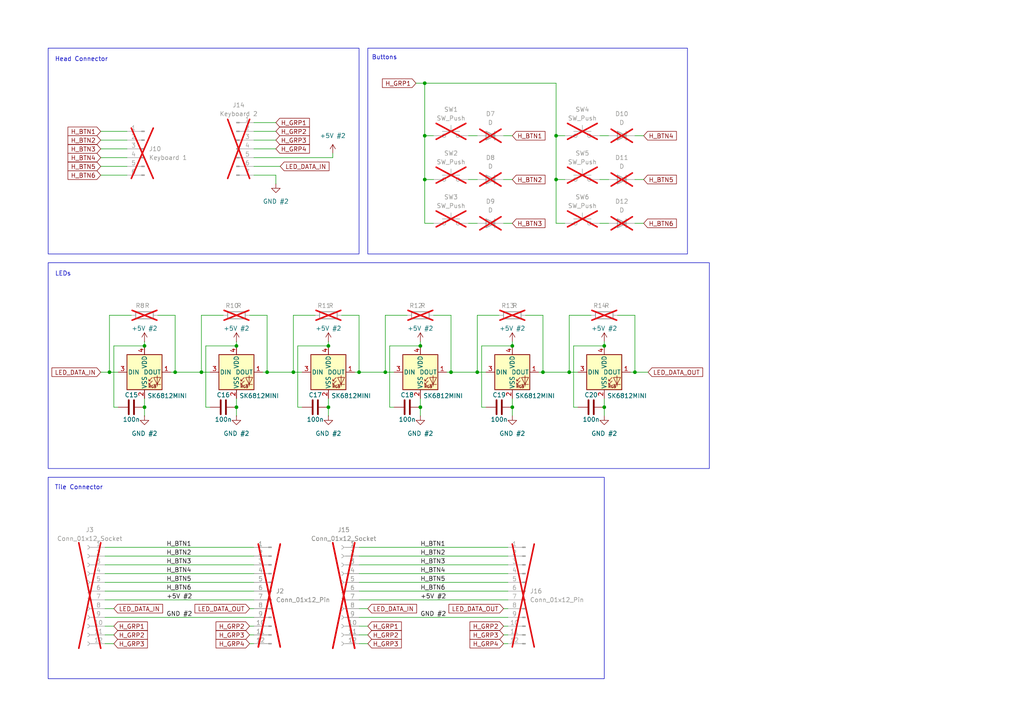
<source format=kicad_sch>
(kicad_sch (version 20250114) (generator "eeschema") (generator_version "9.0")
  (paper "A4")
  (title_block (title "Keyboard"))
  (lib_symbols
    (symbol "Connector:Conn_01x06_Pin" (pin_names (offset 1.016) (hide yes))
      (property "Reference" "J" (at 0 7.62 0))
      (property "Value" "Conn_01x06_Pin" (at 0 -10.16 0))
      (symbol "Conn_01x06_Pin_1_1"
        (rectangle (start 0.8636 5.207) (end 0 4.953) (stroke (width 0.1524)) (fill (type outline)))
        (rectangle (start 0.8636 2.667) (end 0 2.413) (stroke (width 0.1524)) (fill (type outline)))
        (rectangle (start 0.8636 0.127) (end 0 -0.127) (stroke (width 0.1524)) (fill (type outline)))
        (rectangle (start 0.8636 -2.413) (end 0 -2.667) (stroke (width 0.1524)) (fill (type outline)))
        (rectangle (start 0.8636 -4.953) (end 0 -5.207) (stroke (width 0.1524)) (fill (type outline)))
        (rectangle (start 0.8636 -7.493) (end 0 -7.747) (stroke (width 0.1524)) (fill (type outline)))
        (polyline (pts (xy 1.27 5.08) (xy 0.8636 5.08)) (stroke (width 0.1524)))
        (polyline (pts (xy 1.27 2.54) (xy 0.8636 2.54)) (stroke (width 0.1524)))
        (polyline (pts (xy 1.27 0) (xy 0.8636 0)) (stroke (width 0.1524)))
        (polyline (pts (xy 1.27 -2.54) (xy 0.8636 -2.54)) (stroke (width 0.1524)))
        (polyline (pts (xy 1.27 -5.08) (xy 0.8636 -5.08)) (stroke (width 0.1524)))
        (polyline (pts (xy 1.27 -7.62) (xy 0.8636 -7.62)) (stroke (width 0.1524)))
        (pin passive line (at 5.08 5.08 180) (length 3.81) (name "Pin_1") (number "1"))
        (pin passive line (at 5.08 2.54 180) (length 3.81) (name "Pin_2") (number "2"))
        (pin passive line (at 5.08 0 180) (length 3.81) (name "Pin_3") (number "3"))
        (pin passive line (at 5.08 -2.54 180) (length 3.81) (name "Pin_4") (number "4"))
        (pin passive line (at 5.08 -5.08 180) (length 3.81) (name "Pin_5") (number "5"))
        (pin passive line (at 5.08 -7.62 180) (length 3.81) (name "Pin_6") (number "6"))
      )
    )
    (symbol "Connector:Conn_01x07_Pin" (pin_names (offset 1.016) (hide yes))
      (property "Reference" "J" (at 0 10.16 0))
      (property "Value" "Conn_01x07_Pin" (at 0 -10.16 0))
      (symbol "Conn_01x07_Pin_1_1"
        (rectangle (start 0.8636 7.747) (end 0 7.493) (stroke (width 0.1524)) (fill (type outline)))
        (rectangle (start 0.8636 5.207) (end 0 4.953) (stroke (width 0.1524)) (fill (type outline)))
        (rectangle (start 0.8636 2.667) (end 0 2.413) (stroke (width 0.1524)) (fill (type outline)))
        (rectangle (start 0.8636 0.127) (end 0 -0.127) (stroke (width 0.1524)) (fill (type outline)))
        (rectangle (start 0.8636 -2.413) (end 0 -2.667) (stroke (width 0.1524)) (fill (type outline)))
        (rectangle (start 0.8636 -4.953) (end 0 -5.207) (stroke (width 0.1524)) (fill (type outline)))
        (rectangle (start 0.8636 -7.493) (end 0 -7.747) (stroke (width 0.1524)) (fill (type outline)))
        (polyline (pts (xy 1.27 7.62) (xy 0.8636 7.62)) (stroke (width 0.1524)))
        (polyline (pts (xy 1.27 5.08) (xy 0.8636 5.08)) (stroke (width 0.1524)))
        (polyline (pts (xy 1.27 2.54) (xy 0.8636 2.54)) (stroke (width 0.1524)))
        (polyline (pts (xy 1.27 0) (xy 0.8636 0)) (stroke (width 0.1524)))
        (polyline (pts (xy 1.27 -2.54) (xy 0.8636 -2.54)) (stroke (width 0.1524)))
        (polyline (pts (xy 1.27 -5.08) (xy 0.8636 -5.08)) (stroke (width 0.1524)))
        (polyline (pts (xy 1.27 -7.62) (xy 0.8636 -7.62)) (stroke (width 0.1524)))
        (pin passive line (at 5.08 7.62 180) (length 3.81) (name "Pin_1") (number "1"))
        (pin passive line (at 5.08 5.08 180) (length 3.81) (name "Pin_2") (number "2"))
        (pin passive line (at 5.08 2.54 180) (length 3.81) (name "Pin_3") (number "3"))
        (pin passive line (at 5.08 0 180) (length 3.81) (name "Pin_4") (number "4"))
        (pin passive line (at 5.08 -2.54 180) (length 3.81) (name "Pin_5") (number "5"))
        (pin passive line (at 5.08 -5.08 180) (length 3.81) (name "Pin_6") (number "6"))
        (pin passive line (at 5.08 -7.62 180) (length 3.81) (name "Pin_7") (number "7"))
      )
    )
    (symbol "Connector:Conn_01x12_Pin" (pin_names (offset 1.016) (hide yes))
      (property "Reference" "J" (at 0 15.24 0))
      (property "Value" "Conn_01x12_Pin" (at 0 -17.78 0))
      (symbol "Conn_01x12_Pin_1_1"
        (rectangle (start 0.8636 12.827) (end 0 12.573) (stroke (width 0.1524)) (fill (type outline)))
        (rectangle (start 0.8636 10.287) (end 0 10.033) (stroke (width 0.1524)) (fill (type outline)))
        (rectangle (start 0.8636 7.747) (end 0 7.493) (stroke (width 0.1524)) (fill (type outline)))
        (rectangle (start 0.8636 5.207) (end 0 4.953) (stroke (width 0.1524)) (fill (type outline)))
        (rectangle (start 0.8636 2.667) (end 0 2.413) (stroke (width 0.1524)) (fill (type outline)))
        (rectangle (start 0.8636 0.127) (end 0 -0.127) (stroke (width 0.1524)) (fill (type outline)))
        (rectangle (start 0.8636 -2.413) (end 0 -2.667) (stroke (width 0.1524)) (fill (type outline)))
        (rectangle (start 0.8636 -4.953) (end 0 -5.207) (stroke (width 0.1524)) (fill (type outline)))
        (rectangle (start 0.8636 -7.493) (end 0 -7.747) (stroke (width 0.1524)) (fill (type outline)))
        (rectangle (start 0.8636 -10.033) (end 0 -10.287) (stroke (width 0.1524)) (fill (type outline)))
        (rectangle (start 0.8636 -12.573) (end 0 -12.827) (stroke (width 0.1524)) (fill (type outline)))
        (rectangle (start 0.8636 -15.113) (end 0 -15.367) (stroke (width 0.1524)) (fill (type outline)))
        (polyline (pts (xy 1.27 12.7) (xy 0.8636 12.7)) (stroke (width 0.1524)))
        (polyline (pts (xy 1.27 10.16) (xy 0.8636 10.16)) (stroke (width 0.1524)))
        (polyline (pts (xy 1.27 7.62) (xy 0.8636 7.62)) (stroke (width 0.1524)))
        (polyline (pts (xy 1.27 5.08) (xy 0.8636 5.08)) (stroke (width 0.1524)))
        (polyline (pts (xy 1.27 2.54) (xy 0.8636 2.54)) (stroke (width 0.1524)))
        (polyline (pts (xy 1.27 0) (xy 0.8636 0)) (stroke (width 0.1524)))
        (polyline (pts (xy 1.27 -2.54) (xy 0.8636 -2.54)) (stroke (width 0.1524)))
        (polyline (pts (xy 1.27 -5.08) (xy 0.8636 -5.08)) (stroke (width 0.1524)))
        (polyline (pts (xy 1.27 -7.62) (xy 0.8636 -7.62)) (stroke (width 0.1524)))
        (polyline (pts (xy 1.27 -10.16) (xy 0.8636 -10.16)) (stroke (width 0.1524)))
        (polyline (pts (xy 1.27 -12.7) (xy 0.8636 -12.7)) (stroke (width 0.1524)))
        (polyline (pts (xy 1.27 -15.24) (xy 0.8636 -15.24)) (stroke (width 0.1524)))
        (pin passive line (at 5.08 12.7 180) (length 3.81) (name "Pin_1") (number "1"))
        (pin passive line (at 5.08 10.16 180) (length 3.81) (name "Pin_2") (number "2"))
        (pin passive line (at 5.08 7.62 180) (length 3.81) (name "Pin_3") (number "3"))
        (pin passive line (at 5.08 5.08 180) (length 3.81) (name "Pin_4") (number "4"))
        (pin passive line (at 5.08 2.54 180) (length 3.81) (name "Pin_5") (number "5"))
        (pin passive line (at 5.08 0 180) (length 3.81) (name "Pin_6") (number "6"))
        (pin passive line (at 5.08 -2.54 180) (length 3.81) (name "Pin_7") (number "7"))
        (pin passive line (at 5.08 -5.08 180) (length 3.81) (name "Pin_8") (number "8"))
        (pin passive line (at 5.08 -7.62 180) (length 3.81) (name "Pin_9") (number "9"))
        (pin passive line (at 5.08 -10.16 180) (length 3.81) (name "Pin_10") (number "10"))
        (pin passive line (at 5.08 -12.7 180) (length 3.81) (name "Pin_11") (number "11"))
        (pin passive line (at 5.08 -15.24 180) (length 3.81) (name "Pin_12") (number "12"))
      )
    )
    (symbol "Connector:Conn_01x12_Socket" (pin_names (offset 1.016) (hide yes))
      (property "Reference" "J" (at 0 15.24 0))
      (property "Value" "Conn_01x12_Socket" (at 0 -17.78 0))
      (symbol "Conn_01x12_Socket_1_1"
        (polyline (pts (xy -1.27 12.7) (xy -0.508 12.7)) (stroke (width 0.1524)))
        (polyline (pts (xy -1.27 10.16) (xy -0.508 10.16)) (stroke (width 0.1524)))
        (polyline (pts (xy -1.27 7.62) (xy -0.508 7.62)) (stroke (width 0.1524)))
        (polyline (pts (xy -1.27 5.08) (xy -0.508 5.08)) (stroke (width 0.1524)))
        (polyline (pts (xy -1.27 2.54) (xy -0.508 2.54)) (stroke (width 0.1524)))
        (polyline (pts (xy -1.27 0) (xy -0.508 0)) (stroke (width 0.1524)))
        (polyline (pts (xy -1.27 -2.54) (xy -0.508 -2.54)) (stroke (width 0.1524)))
        (polyline (pts (xy -1.27 -5.08) (xy -0.508 -5.08)) (stroke (width 0.1524)))
        (polyline (pts (xy -1.27 -7.62) (xy -0.508 -7.62)) (stroke (width 0.1524)))
        (polyline (pts (xy -1.27 -10.16) (xy -0.508 -10.16)) (stroke (width 0.1524)))
        (polyline (pts (xy -1.27 -12.7) (xy -0.508 -12.7)) (stroke (width 0.1524)))
        (polyline (pts (xy -1.27 -15.24) (xy -0.508 -15.24)) (stroke (width 0.1524)))
        (arc (start 0 12.192) (mid -0.5058 12.7) (end 0 13.208) (stroke (width 0.1524)))
        (arc (start 0 9.652) (mid -0.5058 10.16) (end 0 10.668) (stroke (width 0.1524)))
        (arc (start 0 7.112) (mid -0.5058 7.62) (end 0 8.128) (stroke (width 0.1524)))
        (arc (start 0 4.572) (mid -0.5058 5.08) (end 0 5.588) (stroke (width 0.1524)))
        (arc (start 0 2.032) (mid -0.5058 2.54) (end 0 3.048) (stroke (width 0.1524)))
        (arc (start 0 -0.508) (mid -0.5058 0) (end 0 0.508) (stroke (width 0.1524)))
        (arc (start 0 -3.048) (mid -0.5058 -2.54) (end 0 -2.032) (stroke (width 0.1524)))
        (arc (start 0 -5.588) (mid -0.5058 -5.08) (end 0 -4.572) (stroke (width 0.1524)))
        (arc (start 0 -8.128) (mid -0.5058 -7.62) (end 0 -7.112) (stroke (width 0.1524)))
        (arc (start 0 -10.668) (mid -0.5058 -10.16) (end 0 -9.652) (stroke (width 0.1524)))
        (arc (start 0 -13.208) (mid -0.5058 -12.7) (end 0 -12.192) (stroke (width 0.1524)))
        (arc (start 0 -15.748) (mid -0.5058 -15.24) (end 0 -14.732) (stroke (width 0.1524)))
        (pin passive line (at -5.08 12.7 0) (length 3.81) (name "Pin_1") (number "1"))
        (pin passive line (at -5.08 10.16 0) (length 3.81) (name "Pin_2") (number "2"))
        (pin passive line (at -5.08 7.62 0) (length 3.81) (name "Pin_3") (number "3"))
        (pin passive line (at -5.08 5.08 0) (length 3.81) (name "Pin_4") (number "4"))
        (pin passive line (at -5.08 2.54 0) (length 3.81) (name "Pin_5") (number "5"))
        (pin passive line (at -5.08 0 0) (length 3.81) (name "Pin_6") (number "6"))
        (pin passive line (at -5.08 -2.54 0) (length 3.81) (name "Pin_7") (number "7"))
        (pin passive line (at -5.08 -5.08 0) (length 3.81) (name "Pin_8") (number "8"))
        (pin passive line (at -5.08 -7.62 0) (length 3.81) (name "Pin_9") (number "9"))
        (pin passive line (at -5.08 -10.16 0) (length 3.81) (name "Pin_10") (number "10"))
        (pin passive line (at -5.08 -12.7 0) (length 3.81) (name "Pin_11") (number "11"))
        (pin passive line (at -5.08 -15.24 0) (length 3.81) (name "Pin_12") (number "12"))
      )
    )
    (symbol "Device:C" (pin_numbers (hide yes)) (pin_names (offset 0.254))
      (property "Reference" "C" (at 0.635 2.54 0))
      (property "Value" "C" (at 0.635 -2.54 0))
      (symbol "C_0_1"
        (polyline (pts (xy -2.032 0.762) (xy 2.032 0.762)) (stroke (width 0.508)))
        (polyline (pts (xy -2.032 -0.762) (xy 2.032 -0.762)) (stroke (width 0.508)))
      )
      (symbol "C_1_1"
        (pin passive line (at 0 3.81 270) (length 2.794) (name "~") (number "1"))
        (pin passive line (at 0 -3.81 90) (length 2.794) (name "~") (number "2"))
      )
    )
    (symbol "Device:D" (pin_numbers (hide yes)) (pin_names (offset 1.016) (hide yes))
      (property "Reference" "D" (at 0 2.54 0))
      (property "Value" "D" (at 0 -2.54 0))
      (symbol "D_0_1"
        (polyline (pts (xy -1.27 1.27) (xy -1.27 -1.27)) (stroke (width 0.254)))
        (polyline (pts (xy 1.27 1.27) (xy 1.27 -1.27) (xy -1.27 0) (xy 1.27 1.27)) (stroke (width 0.254)))
        (polyline (pts (xy 1.27 0) (xy -1.27 0)))
      )
      (symbol "D_1_1"
        (pin passive line (at -3.81 0 0) (length 2.54) (name "K") (number "1"))
        (pin passive line (at 3.81 0 180) (length 2.54) (name "A") (number "2"))
      )
    )
    (symbol "Device:R" (pin_numbers (hide yes)) (pin_names (offset 0))
      (property "Reference" "R" (at 2.032 0 90))
      (property "Value" "R" (at 0 0 90))
      (symbol "R_0_1"
        (rectangle (start -1.016 -2.54) (end 1.016 2.54) (stroke (width 0.254)))
      )
      (symbol "R_1_1"
        (pin passive line (at 0 3.81 270) (length 1.27) (name "~") (number "1"))
        (pin passive line (at 0 -3.81 90) (length 1.27) (name "~") (number "2"))
      )
    )
    (symbol "LED:SK6812MINI" (pin_names (offset 0.254))
      (property "Reference" "D" (at 5.08 5.715 0))
      (property "Value" "SK6812MINI" (at 1.27 -5.715 0))
      (symbol "SK6812MINI_0_0"
        (text "RGB" (at 2.286 -4.191 0) (effects (font (size 0.762 0.762))))
      )
      (symbol "SK6812MINI_0_1"
        (polyline (pts (xy 1.27 -2.54) (xy 1.778 -2.54)))
        (polyline (pts (xy 1.27 -3.556) (xy 1.778 -3.556)))
        (polyline (pts (xy 2.286 -1.524) (xy 1.27 -2.54) (xy 1.27 -2.032)))
        (polyline (pts (xy 2.286 -2.54) (xy 1.27 -3.556) (xy 1.27 -3.048)))
        (polyline (pts (xy 3.683 -1.016) (xy 3.683 -3.556) (xy 3.683 -4.064)))
        (polyline (pts (xy 4.699 -1.524) (xy 2.667 -1.524) (xy 3.683 -3.556) (xy 4.699 -1.524)))
        (polyline (pts (xy 4.699 -3.556) (xy 2.667 -3.556)))
        (rectangle (start 5.08 5.08) (end -5.08 -5.08) (stroke (width 0.254)) (fill (type background)))
      )
      (symbol "SK6812MINI_1_1"
        (pin input line (at -7.62 0 0) (length 2.54) (name "DIN") (number "3"))
        (pin power_in line (at 0 7.62 270) (length 2.54) (name "VDD") (number "4"))
        (pin power_in line (at 0 -7.62 90) (length 2.54) (name "VSS") (number "2"))
        (pin output line (at 7.62 0 180) (length 2.54) (name "DOUT") (number "1"))
      )
    )
    (symbol "Switch:SW_Push" (pin_numbers (hide yes)) (pin_names (offset 1.016) (hide yes))
      (property "Reference" "SW" (at 1.27 2.54 0))
      (property "Value" "SW_Push" (at 0 -1.524 0))
      (symbol "SW_Push_0_1"
        (circle (center -2.032 0) (radius 0.508))
        (polyline (pts (xy 0 1.27) (xy 0 3.048)))
        (circle (center 2.032 0) (radius 0.508))
        (polyline (pts (xy 2.54 1.27) (xy -2.54 1.27)))
        (pin passive line (at -5.08 0 0) (length 2.54) (name "1") (number "1"))
        (pin passive line (at 5.08 0 180) (length 2.54) (name "2") (number "2"))
      )
    )
    (symbol "power:+5V" (power) (pin_numbers (hide yes)) (pin_names (offset 0) (hide yes))
      (property "Value" "+5V" (at 0 3.556 0))
      (symbol "+5V_0_1"
        (polyline (pts (xy -0.762 1.27) (xy 0 2.54)))
        (polyline (pts (xy 0 2.54) (xy 0.762 1.27)))
        (polyline (pts (xy 0 0) (xy 0 2.54)))
      )
      (symbol "+5V_1_1"
        (pin power_in line (at 0 0 90) (length 0) (name "~") (number "1"))
      )
    )
    (symbol "power:GND" (power) (pin_numbers (hide yes)) (pin_names (offset 0) (hide yes))
      (property "Value" "GND" (at 0 -3.81 0))
      (symbol "GND_0_1"
        (polyline (pts (xy 0 0) (xy 0 -1.27) (xy 1.27 -1.27) (xy 0 -2.54) (xy -1.27 -1.27) (xy 0 -1.27)))
      )
      (symbol "GND_1_1"
        (pin power_in line (at 0 0 270) (length 0) (name "~") (number "1"))
      )
    )
  )
  (rectangle (start 13.97 76.2) (end 205.74 135.89))
  (rectangle (start 13.97 138.43) (end 175.26 196.85))
  (rectangle (start 106.68 13.97) (end 199.39 73.66))
  (rectangle (start 13.97 13.97) (end 104.14 73.66))
  (text "Head Connector" (at 23.622 17.272 0) (effects (font (size 1.27 1.27))))
  (text "LEDs" (at 18.288 79.502 0) (effects (font (size 1.27 1.27))))
  (text "Tile Connector\n" (at 22.86 141.478 0) (effects (font (size 1.27 1.27))))
  (text "Buttons" (at 111.506 16.764 0) (effects (font (size 1.27 1.27))))
  (junction (at 157.48 107.95))
  (junction (at 123.19 52.07))
  (junction (at 165.1 107.95))
  (junction (at 68.58 118.11))
  (junction (at 175.26 100.33))
  (junction (at 95.25 118.11))
  (junction (at 77.47 107.95))
  (junction (at 148.59 100.33))
  (junction (at 58.42 107.95))
  (junction (at 148.59 118.11))
  (junction (at 41.91 118.11))
  (junction (at 31.75 107.95))
  (junction (at 123.19 39.37))
  (junction (at 68.58 100.33))
  (junction (at 41.91 100.33))
  (junction (at 50.8 107.95))
  (junction (at 184.15 107.95))
  (junction (at 130.81 107.95))
  (junction (at 104.14 107.95))
  (junction (at 138.43 107.95))
  (junction (at 121.92 118.11))
  (junction (at 85.09 107.95))
  (junction (at 175.26 118.11))
  (junction (at 111.76 107.95))
  (junction (at 161.29 52.07))
  (junction (at 121.92 100.33))
  (junction (at 161.29 39.37))
  (junction (at 123.19 24.13))
  (junction (at 95.25 100.33))
  (wire (pts (xy 30.48 158.75) (xy 73.66 158.75)))
  (wire (pts (xy 95.25 99.06) (xy 95.25 100.33)))
  (wire (pts (xy 36.83 45.72) (xy 29.21 45.72)))
  (wire (pts (xy 157.48 107.95) (xy 165.1 107.95)))
  (wire (pts (xy 86.36 100.33) (xy 95.25 100.33)))
  (wire (pts (xy 80.01 38.1) (xy 73.66 38.1)))
  (wire (pts (xy 31.75 107.95) (xy 34.29 107.95)))
  (wire (pts (xy 135.89 64.77) (xy 138.43 64.77)))
  (wire (pts (xy 30.48 171.45) (xy 73.66 171.45)))
  (wire (pts (xy 161.29 39.37) (xy 163.83 39.37)))
  (wire (pts (xy 77.47 91.44) (xy 77.47 107.95)))
  (wire (pts (xy 49.53 107.95) (xy 50.8 107.95)))
  (wire (pts (xy 59.69 100.33) (xy 59.69 118.11)))
  (wire (pts (xy 113.03 100.33) (xy 121.92 100.33)))
  (wire (pts (xy 104.14 163.83) (xy 147.32 163.83)))
  (wire (pts (xy 30.48 184.15) (xy 33.02 184.15)))
  (wire (pts (xy 182.88 107.95) (xy 184.15 107.95)))
  (wire (pts (xy 104.14 168.91) (xy 147.32 168.91)))
  (wire (pts (xy 130.81 107.95) (xy 138.43 107.95)))
  (wire (pts (xy 31.75 91.44) (xy 31.75 107.95)))
  (wire (pts (xy 68.58 118.11) (xy 68.58 120.65)))
  (wire (pts (xy 166.37 118.11) (xy 167.64 118.11)))
  (wire (pts (xy 146.05 176.53) (xy 147.32 176.53)))
  (wire (pts (xy 175.26 118.11) (xy 175.26 120.65)))
  (wire (pts (xy 161.29 24.13) (xy 123.19 24.13)))
  (wire (pts (xy 33.02 100.33) (xy 33.02 118.11)))
  (wire (pts (xy 179.07 91.44) (xy 184.15 91.44)))
  (wire (pts (xy 138.43 91.44) (xy 144.78 91.44)))
  (wire (pts (xy 135.89 39.37) (xy 138.43 39.37)))
  (wire (pts (xy 104.14 184.15) (xy 106.68 184.15)))
  (wire (pts (xy 157.48 91.44) (xy 157.48 107.95)))
  (wire (pts (xy 166.37 100.33) (xy 166.37 118.11)))
  (wire (pts (xy 165.1 91.44) (xy 171.45 91.44)))
  (wire (pts (xy 104.14 186.69) (xy 106.68 186.69)))
  (wire (pts (xy 36.83 48.26) (xy 29.21 48.26)))
  (wire (pts (xy 184.15 52.07) (xy 186.69 52.07)))
  (wire (pts (xy 111.76 91.44) (xy 118.11 91.44)))
  (wire (pts (xy 104.14 91.44) (xy 104.14 107.95)))
  (wire (pts (xy 72.39 176.53) (xy 73.66 176.53)))
  (wire (pts (xy 184.15 39.37) (xy 186.69 39.37)))
  (wire (pts (xy 29.21 40.64) (xy 36.83 40.64)))
  (wire (pts (xy 148.59 99.06) (xy 148.59 100.33)))
  (wire (pts (xy 104.14 176.53) (xy 106.68 176.53)))
  (wire (pts (xy 104.14 158.75) (xy 147.32 158.75)))
  (wire (pts (xy 121.92 115.57) (xy 121.92 118.11)))
  (wire (pts (xy 111.76 107.95) (xy 114.3 107.95)))
  (wire (pts (xy 72.39 181.61) (xy 73.66 181.61)))
  (wire (pts (xy 45.72 91.44) (xy 50.8 91.44)))
  (wire (pts (xy 123.19 24.13) (xy 123.19 39.37)))
  (wire (pts (xy 80.01 35.56) (xy 73.66 35.56)))
  (wire (pts (xy 30.48 166.37) (xy 73.66 166.37)))
  (wire (pts (xy 146.05 64.77) (xy 148.59 64.77)))
  (wire (pts (xy 95.25 115.57) (xy 95.25 118.11)))
  (wire (pts (xy 104.14 161.29) (xy 147.32 161.29)))
  (wire (pts (xy 123.19 64.77) (xy 125.73 64.77)))
  (wire (pts (xy 29.21 38.1) (xy 36.83 38.1)))
  (wire (pts (xy 30.48 186.69) (xy 33.02 186.69)))
  (wire (pts (xy 146.05 184.15) (xy 147.32 184.15)))
  (wire (pts (xy 173.99 52.07) (xy 176.53 52.07)))
  (wire (pts (xy 72.39 184.15) (xy 73.66 184.15)))
  (wire (pts (xy 80.01 53.34) (xy 80.01 50.8)))
  (wire (pts (xy 146.05 39.37) (xy 148.59 39.37)))
  (wire (pts (xy 139.7 100.33) (xy 139.7 118.11)))
  (wire (pts (xy 123.19 39.37) (xy 125.73 39.37)))
  (wire (pts (xy 161.29 64.77) (xy 161.29 52.07)))
  (wire (pts (xy 72.39 186.69) (xy 73.66 186.69)))
  (wire (pts (xy 30.48 168.91) (xy 73.66 168.91)))
  (wire (pts (xy 120.65 24.13) (xy 123.19 24.13)))
  (wire (pts (xy 77.47 107.95) (xy 85.09 107.95)))
  (wire (pts (xy 59.69 100.33) (xy 68.58 100.33)))
  (wire (pts (xy 121.92 99.06) (xy 121.92 100.33)))
  (wire (pts (xy 129.54 107.95) (xy 130.81 107.95)))
  (wire (pts (xy 104.14 179.07) (xy 147.32 179.07)))
  (wire (pts (xy 130.81 91.44) (xy 130.81 107.95)))
  (wire (pts (xy 139.7 100.33) (xy 148.59 100.33)))
  (wire (pts (xy 148.59 118.11) (xy 148.59 120.65)))
  (wire (pts (xy 113.03 118.11) (xy 114.3 118.11)))
  (wire (pts (xy 85.09 91.44) (xy 85.09 107.95)))
  (wire (pts (xy 175.26 99.06) (xy 175.26 100.33)))
  (wire (pts (xy 72.39 91.44) (xy 77.47 91.44)))
  (wire (pts (xy 59.69 118.11) (xy 60.96 118.11)))
  (wire (pts (xy 96.52 45.72) (xy 96.52 44.45)))
  (wire (pts (xy 123.19 39.37) (xy 123.19 52.07)))
  (wire (pts (xy 76.2 107.95) (xy 77.47 107.95)))
  (wire (pts (xy 104.14 173.99) (xy 147.32 173.99)))
  (wire (pts (xy 85.09 107.95) (xy 87.63 107.95)))
  (wire (pts (xy 95.25 118.11) (xy 95.25 120.65)))
  (wire (pts (xy 41.91 115.57) (xy 41.91 118.11)))
  (wire (pts (xy 73.66 40.64) (xy 80.01 40.64)))
  (wire (pts (xy 138.43 107.95) (xy 140.97 107.95)))
  (wire (pts (xy 113.03 100.33) (xy 113.03 118.11)))
  (wire (pts (xy 104.14 107.95) (xy 111.76 107.95)))
  (wire (pts (xy 138.43 91.44) (xy 138.43 107.95)))
  (wire (pts (xy 166.37 100.33) (xy 175.26 100.33)))
  (wire (pts (xy 184.15 91.44) (xy 184.15 107.95)))
  (wire (pts (xy 80.01 50.8) (xy 73.66 50.8)))
  (wire (pts (xy 50.8 107.95) (xy 58.42 107.95)))
  (wire (pts (xy 68.58 115.57) (xy 68.58 118.11)))
  (wire (pts (xy 146.05 186.69) (xy 147.32 186.69)))
  (wire (pts (xy 184.15 64.77) (xy 186.69 64.77)))
  (wire (pts (xy 184.15 107.95) (xy 187.96 107.95)))
  (wire (pts (xy 102.87 107.95) (xy 104.14 107.95)))
  (wire (pts (xy 81.28 48.26) (xy 73.66 48.26)))
  (wire (pts (xy 173.99 39.37) (xy 176.53 39.37)))
  (wire (pts (xy 33.02 118.11) (xy 34.29 118.11)))
  (wire (pts (xy 29.21 50.8) (xy 36.83 50.8)))
  (wire (pts (xy 30.48 176.53) (xy 33.02 176.53)))
  (wire (pts (xy 86.36 100.33) (xy 86.36 118.11)))
  (wire (pts (xy 104.14 166.37) (xy 147.32 166.37)))
  (wire (pts (xy 36.83 43.18) (xy 29.21 43.18)))
  (wire (pts (xy 161.29 52.07) (xy 163.83 52.07)))
  (wire (pts (xy 125.73 91.44) (xy 130.81 91.44)))
  (wire (pts (xy 99.06 91.44) (xy 104.14 91.44)))
  (wire (pts (xy 30.48 173.99) (xy 73.66 173.99)))
  (wire (pts (xy 73.66 43.18) (xy 80.01 43.18)))
  (wire (pts (xy 58.42 107.95) (xy 60.96 107.95)))
  (wire (pts (xy 41.91 118.11) (xy 41.91 120.65)))
  (wire (pts (xy 121.92 118.11) (xy 121.92 120.65)))
  (wire (pts (xy 41.91 99.06) (xy 41.91 100.33)))
  (wire (pts (xy 152.4 91.44) (xy 157.48 91.44)))
  (wire (pts (xy 163.83 64.77) (xy 161.29 64.77)))
  (wire (pts (xy 30.48 181.61) (xy 33.02 181.61)))
  (wire (pts (xy 58.42 91.44) (xy 64.77 91.44)))
  (wire (pts (xy 58.42 91.44) (xy 58.42 107.95)))
  (wire (pts (xy 104.14 171.45) (xy 147.32 171.45)))
  (wire (pts (xy 165.1 107.95) (xy 167.64 107.95)))
  (wire (pts (xy 104.14 181.61) (xy 106.68 181.61)))
  (wire (pts (xy 161.29 52.07) (xy 161.29 39.37)))
  (wire (pts (xy 73.66 45.72) (xy 96.52 45.72)))
  (wire (pts (xy 30.48 179.07) (xy 73.66 179.07)))
  (wire (pts (xy 139.7 118.11) (xy 140.97 118.11)))
  (wire (pts (xy 165.1 91.44) (xy 165.1 107.95)))
  (wire (pts (xy 156.21 107.95) (xy 157.48 107.95)))
  (wire (pts (xy 68.58 99.06) (xy 68.58 100.33)))
  (wire (pts (xy 85.09 91.44) (xy 91.44 91.44)))
  (wire (pts (xy 86.36 118.11) (xy 87.63 118.11)))
  (wire (pts (xy 148.59 115.57) (xy 148.59 118.11)))
  (wire (pts (xy 33.02 100.33) (xy 41.91 100.33)))
  (wire (pts (xy 123.19 52.07) (xy 125.73 52.07)))
  (wire (pts (xy 173.99 64.77) (xy 176.53 64.77)))
  (wire (pts (xy 50.8 91.44) (xy 50.8 107.95)))
  (wire (pts (xy 31.75 91.44) (xy 38.1 91.44)))
  (wire (pts (xy 146.05 181.61) (xy 147.32 181.61)))
  (wire (pts (xy 161.29 39.37) (xy 161.29 24.13)))
  (wire (pts (xy 135.89 52.07) (xy 138.43 52.07)))
  (wire (pts (xy 175.26 115.57) (xy 175.26 118.11)))
  (wire (pts (xy 123.19 52.07) (xy 123.19 64.77)))
  (wire (pts (xy 146.05 52.07) (xy 148.59 52.07)))
  (wire (pts (xy 111.76 91.44) (xy 111.76 107.95)))
  (wire (pts (xy 30.48 163.83) (xy 73.66 163.83)))
  (wire (pts (xy 29.21 107.95) (xy 31.75 107.95)))
  (wire (pts (xy 30.48 161.29) (xy 73.66 161.29)))
  (label "H_BTN3" (at 48.26 163.83 0))
  (label "GND #2" (at 121.92 179.07 0))
  (label "H_BTN2" (at 121.92 161.29 0))
  (label "H_BTN6" (at 48.26 171.45 0))
  (label "H_BTN4" (at 121.92 166.37 0))
  (label "H_BTN2" (at 48.26 161.29 0))
  (label "H_BTN5" (at 48.26 168.91 0))
  (label "GND #2" (at 48.26 179.07 0))
  (label "H_BTN5" (at 121.92 168.91 0))
  (label "+5V #2" (at 121.92 173.99 0))
  (label "H_BTN4" (at 48.26 166.37 0))
  (label "H_BTN1" (at 121.92 158.75 0))
  (label "+5V #2" (at 48.26 173.99 0))
  (label "H_BTN6" (at 121.92 171.45 0))
  (label "H_BTN3" (at 121.92 163.83 0))
  (label "H_BTN1" (at 48.26 158.75 0))
  (global_label "H_GRP1" (shape input) (at 33.02 181.61 0) (property "Intersheetrefs" "${INTERSHEET_REFS}" (effects (hide yes))))
  (global_label "H_GRP3" (shape input) (at 33.02 186.69 0) (property "Intersheetrefs" "${INTERSHEET_REFS}" (effects (hide yes))))
  (global_label "H_GRP3" (shape input) (at 72.39 184.15 180) (property "Intersheetrefs" "${INTERSHEET_REFS}" (effects (hide yes))))
  (global_label "H_GRP3" (shape input) (at 146.05 184.15 180) (property "Intersheetrefs" "${INTERSHEET_REFS}" (effects (hide yes))))
  (global_label "H_BTN4" (shape input) (at 186.69 39.37 0) (property "Intersheetrefs" "${INTERSHEET_REFS}" (effects (hide yes))))
  (global_label "H_BTN1" (shape input) (at 29.21 38.1 180) (property "Intersheetrefs" "${INTERSHEET_REFS}" (effects (hide yes))))
  (global_label "H_GRP2" (shape input) (at 146.05 181.61 180) (property "Intersheetrefs" "${INTERSHEET_REFS}" (effects (hide yes))))
  (global_label "LED_DATA_IN" (shape input) (at 29.21 107.95 180) (property "Intersheetrefs" "${INTERSHEET_REFS}" (effects (hide yes))))
  (global_label "H_GRP2" (shape input) (at 33.02 184.15 0) (property "Intersheetrefs" "${INTERSHEET_REFS}" (effects (hide yes))))
  (global_label "H_GRP4" (shape input) (at 146.05 186.69 180) (property "Intersheetrefs" "${INTERSHEET_REFS}" (effects (hide yes))))
  (global_label "H_BTN5" (shape input) (at 186.69 52.07 0) (property "Intersheetrefs" "${INTERSHEET_REFS}" (effects (hide yes))))
  (global_label "H_GRP4" (shape input) (at 72.39 186.69 180) (property "Intersheetrefs" "${INTERSHEET_REFS}" (effects (hide yes))))
  (global_label "H_BTN6" (shape input) (at 186.69 64.77 0) (property "Intersheetrefs" "${INTERSHEET_REFS}" (effects (hide yes))))
  (global_label "H_GRP2" (shape input) (at 80.01 38.1 0) (property "Intersheetrefs" "${INTERSHEET_REFS}" (effects (hide yes))))
  (global_label "H_BTN5" (shape input) (at 29.21 48.26 180) (property "Intersheetrefs" "${INTERSHEET_REFS}" (effects (hide yes))))
  (global_label "LED_DATA_OUT" (shape input) (at 187.96 107.95 0) (property "Intersheetrefs" "${INTERSHEET_REFS}" (effects (hide yes))))
  (global_label "H_BTN3" (shape input) (at 29.21 43.18 180) (property "Intersheetrefs" "${INTERSHEET_REFS}" (effects (hide yes))))
  (global_label "LED_DATA_IN" (shape input) (at 106.68 176.53 0) (property "Intersheetrefs" "${INTERSHEET_REFS}" (effects (hide yes))))
  (global_label "LED_DATA_OUT" (shape input) (at 146.05 176.53 180) (property "Intersheetrefs" "${INTERSHEET_REFS}" (effects (hide yes))))
  (global_label "H_GRP3" (shape input) (at 80.01 40.64 0) (property "Intersheetrefs" "${INTERSHEET_REFS}" (effects (hide yes))))
  (global_label "H_GRP1" (shape input) (at 106.68 181.61 0) (property "Intersheetrefs" "${INTERSHEET_REFS}" (effects (hide yes))))
  (global_label "H_BTN2" (shape input) (at 29.21 40.64 180) (property "Intersheetrefs" "${INTERSHEET_REFS}" (effects (hide yes))))
  (global_label "H_GRP1" (shape input) (at 120.65 24.13 180) (property "Intersheetrefs" "${INTERSHEET_REFS}" (effects (hide yes))))
  (global_label "LED_DATA_OUT" (shape input) (at 72.39 176.53 180) (property "Intersheetrefs" "${INTERSHEET_REFS}" (effects (hide yes))))
  (global_label "H_BTN4" (shape input) (at 29.21 45.72 180) (property "Intersheetrefs" "${INTERSHEET_REFS}" (effects (hide yes))))
  (global_label "H_BTN3" (shape input) (at 148.59 64.77 0) (property "Intersheetrefs" "${INTERSHEET_REFS}" (effects (hide yes))))
  (global_label "H_GRP4" (shape input) (at 80.01 43.18 0) (property "Intersheetrefs" "${INTERSHEET_REFS}" (effects (hide yes))))
  (global_label "H_BTN1" (shape input) (at 148.59 39.37 0) (property "Intersheetrefs" "${INTERSHEET_REFS}" (effects (hide yes))))
  (global_label "H_BTN2" (shape input) (at 148.59 52.07 0) (property "Intersheetrefs" "${INTERSHEET_REFS}" (effects (hide yes))))
  (global_label "H_GRP2" (shape input) (at 106.68 184.15 0) (property "Intersheetrefs" "${INTERSHEET_REFS}" (effects (hide yes))))
  (global_label "LED_DATA_IN" (shape input) (at 81.28 48.26 0) (property "Intersheetrefs" "${INTERSHEET_REFS}" (effects (hide yes))))
  (global_label "H_GRP3" (shape input) (at 106.68 186.69 0) (property "Intersheetrefs" "${INTERSHEET_REFS}" (effects (hide yes))))
  (global_label "H_BTN6" (shape input) (at 29.21 50.8 180) (property "Intersheetrefs" "${INTERSHEET_REFS}" (effects (hide yes))))
  (global_label "H_GRP1" (shape input) (at 80.01 35.56 0) (property "Intersheetrefs" "${INTERSHEET_REFS}" (effects (hide yes))))
  (global_label "H_GRP2" (shape input) (at 72.39 181.61 180) (property "Intersheetrefs" "${INTERSHEET_REFS}" (effects (hide yes))))
  (global_label "LED_DATA_IN" (shape input) (at 33.02 176.53 0) (property "Intersheetrefs" "${INTERSHEET_REFS}" (effects (hide yes))))
  (symbol (lib_id "Device:C") (at 91.44 118.11 270) (unit 1)
    (property "Reference" "C17" (at 91.44 114.554 90))
    (property "Value" "100n" (at 91.44 121.666 90))
    (property "Footprint" "Capacitor_SMD:C_0603_1608Metric" (effects (hide yes)))
    (property "Description" "Unpolarized capacitor" (effects (hide yes)))
  )
  (symbol (lib_id "Device:C") (at 64.77 118.11 270) (unit 1)
    (property "Reference" "C16" (at 64.77 114.554 90))
    (property "Value" "100n" (at 64.77 121.666 90))
    (property "Footprint" "Capacitor_SMD:C_0603_1608Metric" (effects (hide yes)))
    (property "Description" "Unpolarized capacitor" (effects (hide yes)))
  )
  (symbol (lib_id "Device:D") (at 142.24 52.07 0) (mirror y) (unit 1) (dnp yes)
    (property "Reference" "D8" (at 142.24 45.72 0))
    (property "Value" "D" (at 142.24 48.26 0))
    (property "Footprint" "Diode_SMD:D_0603_1608Metric" (effects (hide yes)))
    (property "Description" "Diode" (effects (hide yes)))
    (property "Sim.Device" "D" (effects (hide yes)))
    (property "Sim.Pins" "1=K 2=A" (effects (hide yes)))
  )
  (symbol (lib_id "Connector:Conn_01x12_Pin") (at 78.74 171.45 0) (mirror y) (unit 1) (dnp yes)
    (property "Reference" "J2" (at 80.01 171.4499 0) (effects (justify right)))
    (property "Value" "Conn_01x12_Pin" (at 80.01 173.9899 0) (effects (justify right)))
    (property "Footprint" "Connector_PinHeader_2.54mm:PinHeader_1x12_P2.54mm_Horizontal" (effects (hide yes)))
    (property "Description" "Generic connector, single row, 01x12, script generated" (effects (hide yes)))
  )
  (symbol (lib_id "Connector:Conn_01x06_Pin") (at 41.91 43.18 0) (mirror y) (unit 1) (dnp yes)
    (property "Reference" "J10" (at 43.18 43.1799 0) (effects (justify right)))
    (property "Value" "Keyboard 1" (at 43.18 45.7199 0) (effects (justify right)))
    (property "Footprint" "Connector_PinHeader_2.54mm:PinHeader_1x06_P2.54mm_Vertical" (effects (hide yes)))
    (property "Description" "Generic connector, single row, 01x06, script generated" (effects (hide yes)))
  )
  (symbol (lib_id "Connector:Conn_01x12_Pin") (at 152.4 171.45 0) (mirror y) (unit 1) (dnp yes)
    (property "Reference" "J16" (at 153.67 171.4499 0) (effects (justify right)))
    (property "Value" "Conn_01x12_Pin" (at 153.67 173.9899 0) (effects (justify right)))
    (property "Footprint" "Connector_PinHeader_2.54mm:PinHeader_1x12_P2.54mm_Horizontal" (effects (hide yes)))
    (property "Description" "Generic connector, single row, 01x12, script generated" (effects (hide yes)))
  )
  (symbol (lib_id "power:GND") (at 148.59 120.65 0) (mirror y) (unit 1)
    (property "Reference" "#PWR025" (effects (hide yes)))
    (property "Value" "GND #2" (at 148.59 125.73 0))
    (property "Description" "Power symbol creates a global label with name \"GND\" , ground" (effects (hide yes)))
  )
  (symbol (lib_id "Device:R") (at 95.25 91.44 90) (unit 1) (dnp yes)
    (property "Reference" "R11" (at 93.98 88.646 90))
    (property "Value" "R" (at 96.012 88.646 90))
    (property "Footprint" "Resistor_SMD:R_0603_1608Metric" (effects (hide yes)))
    (property "Description" "Resistor" (effects (hide yes)))
  )
  (symbol (lib_id "power:+5V") (at 95.25 99.06 0) (unit 1)
    (property "Reference" "#PWR020" (effects (hide yes)))
    (property "Value" "+5V #2" (at 95.25 95.25 0))
    (property "Description" "Power symbol creates a global label with name \"+5V\"" (effects (hide yes)))
  )
  (symbol (lib_id "Device:R") (at 68.58 91.44 90) (unit 1) (dnp yes)
    (property "Reference" "R10" (at 67.31 88.646 90))
    (property "Value" "R" (at 69.342 88.646 90))
    (property "Footprint" "Resistor_SMD:R_0603_1608Metric" (effects (hide yes)))
    (property "Description" "Resistor" (effects (hide yes)))
  )
  (symbol (lib_id "power:+5V") (at 121.92 99.06 0) (unit 1)
    (property "Reference" "#PWR022" (effects (hide yes)))
    (property "Value" "+5V #2" (at 121.92 95.25 0))
    (property "Description" "Power symbol creates a global label with name \"+5V\"" (effects (hide yes)))
  )
  (symbol (lib_id "LED:SK6812MINI") (at 68.58 107.95 0) (unit 1)
    (property "Reference" "D2" (effects (hide yes)))
    (property "Value" "SK6812MINI" (at 75.184 114.808 0))
    (property "Footprint" "LED_SMD:LED_SK6812MINI_PLCC4_3.5x3.5mm_P1.75mm" (effects (hide yes)))
    (property "Datasheet" "https://cdn-shop.adafruit.com/product-files/2686/SK6812MINI_REV.01-1-2.pdf" (effects (hide yes)))
    (property "Description" "RGB LED with integrated controller" (effects (hide yes)))
  )
  (symbol (lib_id "LED:SK6812MINI") (at 175.26 107.95 0) (unit 1)
    (property "Reference" "D6" (effects (hide yes)))
    (property "Value" "SK6812MINI" (at 181.864 114.808 0))
    (property "Footprint" "LED_SMD:LED_SK6812MINI_PLCC4_3.5x3.5mm_P1.75mm" (effects (hide yes)))
    (property "Datasheet" "https://cdn-shop.adafruit.com/product-files/2686/SK6812MINI_REV.01-1-2.pdf" (effects (hide yes)))
    (property "Description" "RGB LED with integrated controller" (effects (hide yes)))
  )
  (symbol (lib_id "Connector:Conn_01x07_Pin") (at 68.58 43.18 0) (unit 1) (dnp yes)
    (property "Reference" "J14" (at 69.215 30.48 0))
    (property "Value" "Keyboard 2" (at 69.215 33.02 0))
    (property "Footprint" "Connector_PinHeader_2.54mm:PinHeader_1x07_P2.54mm_Vertical" (effects (hide yes)))
    (property "Description" "Generic connector, single row, 01x07, script generated" (effects (hide yes)))
  )
  (symbol (lib_id "Device:R") (at 175.26 91.44 90) (unit 1) (dnp yes)
    (property "Reference" "R14" (at 173.99 88.646 90))
    (property "Value" "R" (at 176.022 88.646 90))
    (property "Footprint" "Resistor_SMD:R_0603_1608Metric" (effects (hide yes)))
    (property "Description" "Resistor" (effects (hide yes)))
  )
  (symbol (lib_id "Device:R") (at 148.59 91.44 90) (unit 1) (dnp yes)
    (property "Reference" "R13" (at 147.32 88.646 90))
    (property "Value" "R" (at 149.352 88.646 90))
    (property "Footprint" "Resistor_SMD:R_0603_1608Metric" (effects (hide yes)))
    (property "Description" "Resistor" (effects (hide yes)))
  )
  (symbol (lib_id "LED:SK6812MINI") (at 95.25 107.95 0) (unit 1)
    (property "Reference" "D3" (effects (hide yes)))
    (property "Value" "SK6812MINI" (at 101.854 114.808 0))
    (property "Footprint" "LED_SMD:LED_SK6812MINI_PLCC4_3.5x3.5mm_P1.75mm" (effects (hide yes)))
    (property "Datasheet" "https://cdn-shop.adafruit.com/product-files/2686/SK6812MINI_REV.01-1-2.pdf" (effects (hide yes)))
    (property "Description" "RGB LED with integrated controller" (effects (hide yes)))
  )
  (symbol (lib_id "power:GND") (at 41.91 120.65 0) (mirror y) (unit 1)
    (property "Reference" "#PWR016" (effects (hide yes)))
    (property "Value" "GND #2" (at 41.91 125.73 0))
    (property "Description" "Power symbol creates a global label with name \"GND\" , ground" (effects (hide yes)))
  )
  (symbol (lib_id "Device:D") (at 180.34 52.07 0) (mirror y) (unit 1) (dnp yes)
    (property "Reference" "D11" (at 180.34 45.72 0))
    (property "Value" "D" (at 180.34 48.26 0))
    (property "Footprint" "Diode_SMD:D_0603_1608Metric" (effects (hide yes)))
    (property "Description" "Diode" (effects (hide yes)))
    (property "Sim.Device" "D" (effects (hide yes)))
    (property "Sim.Pins" "1=K 2=A" (effects (hide yes)))
  )
  (symbol (lib_id "Device:D") (at 142.24 39.37 0) (mirror y) (unit 1) (dnp yes)
    (property "Reference" "D7" (at 142.24 33.02 0))
    (property "Value" "D" (at 142.24 35.56 0))
    (property "Footprint" "Diode_SMD:D_0603_1608Metric" (effects (hide yes)))
    (property "Description" "Diode" (effects (hide yes)))
    (property "Sim.Device" "D" (effects (hide yes)))
    (property "Sim.Pins" "1=K 2=A" (effects (hide yes)))
  )
  (symbol (lib_id "Device:C") (at 118.11 118.11 270) (unit 1)
    (property "Reference" "C18" (at 118.11 114.554 90))
    (property "Value" "100n" (at 118.11 121.666 90))
    (property "Footprint" "Capacitor_SMD:C_0603_1608Metric" (effects (hide yes)))
    (property "Description" "Unpolarized capacitor" (effects (hide yes)))
  )
  (symbol (lib_id "power:+5V") (at 148.59 99.06 0) (unit 1)
    (property "Reference" "#PWR024" (effects (hide yes)))
    (property "Value" "+5V #2" (at 148.59 95.25 0))
    (property "Description" "Power symbol creates a global label with name \"+5V\"" (effects (hide yes)))
  )
  (symbol (lib_id "Device:D") (at 180.34 64.77 0) (mirror y) (unit 1) (dnp yes)
    (property "Reference" "D12" (at 180.34 58.42 0))
    (property "Value" "D" (at 180.34 60.96 0))
    (property "Footprint" "Diode_SMD:D_0603_1608Metric" (effects (hide yes)))
    (property "Description" "Diode" (effects (hide yes)))
    (property "Sim.Device" "D" (effects (hide yes)))
    (property "Sim.Pins" "1=K 2=A" (effects (hide yes)))
  )
  (symbol (lib_id "power:+5V") (at 96.52 44.45 0) (unit 1)
    (property "Reference" "#PWR047" (effects (hide yes)))
    (property "Value" "+5V #2" (at 96.52 39.37 0))
    (property "Description" "Power symbol creates a global label with name \"+5V\"" (effects (hide yes)))
  )
  (symbol (lib_id "power:GND") (at 175.26 120.65 0) (mirror y) (unit 1)
    (property "Reference" "#PWR048" (effects (hide yes)))
    (property "Value" "GND #2" (at 175.26 125.73 0))
    (property "Description" "Power symbol creates a global label with name \"GND\" , ground" (effects (hide yes)))
  )
  (symbol (lib_id "Connector:Conn_01x12_Socket") (at 25.4 171.45 0) (mirror y) (unit 1) (dnp yes)
    (property "Reference" "J3" (at 26.035 153.67 0))
    (property "Value" "Conn_01x12_Socket" (at 26.035 156.21 0))
    (property "Footprint" "Connector_PinSocket_2.54mm:PinSocket_1x12_P2.54mm_Horizontal" (effects (hide yes)))
    (property "Description" "Generic connector, single row, 01x12, script generated" (effects (hide yes)))
  )
  (symbol (lib_id "LED:SK6812MINI") (at 41.91 107.95 0) (unit 1)
    (property "Reference" "D1" (effects (hide yes)))
    (property "Value" "SK6812MINI" (at 48.514 114.808 0))
    (property "Footprint" "LED_SMD:LED_SK6812MINI_PLCC4_3.5x3.5mm_P1.75mm" (effects (hide yes)))
    (property "Datasheet" "https://cdn-shop.adafruit.com/product-files/2686/SK6812MINI_REV.01-1-2.pdf" (effects (hide yes)))
    (property "Description" "RGB LED with integrated controller" (effects (hide yes)))
  )
  (symbol (lib_id "Switch:SW_Push") (at 168.91 64.77 0) (unit 1) (dnp yes)
    (property "Reference" "SW6" (at 168.91 57.15 0))
    (property "Value" "SW_Push" (at 168.91 59.69 0))
    (property "Footprint" "Button_Switch_Keyboard:Gateron Pro" (effects (hide yes)))
    (property "Description" "Push button switch, generic, two pins" (effects (hide yes)))
  )
  (symbol (lib_id "Device:R") (at 41.91 91.44 90) (unit 1) (dnp yes)
    (property "Reference" "R8" (at 40.64 88.646 90))
    (property "Value" "R" (at 42.672 88.646 90))
    (property "Footprint" "Resistor_SMD:R_0603_1608Metric" (effects (hide yes)))
    (property "Description" "Resistor" (effects (hide yes)))
  )
  (symbol (lib_id "power:GND") (at 80.01 53.34 0) (mirror y) (unit 1)
    (property "Reference" "#PWR046" (effects (hide yes)))
    (property "Value" "GND #2" (at 80.01 58.42 0))
    (property "Description" "Power symbol creates a global label with name \"GND\" , ground" (effects (hide yes)))
  )
  (symbol (lib_id "Connector:Conn_01x12_Socket") (at 99.06 171.45 0) (mirror y) (unit 1) (dnp yes)
    (property "Reference" "J15" (at 99.695 153.67 0))
    (property "Value" "Conn_01x12_Socket" (at 99.695 156.21 0))
    (property "Footprint" "Connector_PinSocket_2.54mm:PinSocket_1x12_P2.54mm_Horizontal" (effects (hide yes)))
    (property "Description" "Generic connector, single row, 01x12, script generated" (effects (hide yes)))
  )
  (symbol (lib_id "power:GND") (at 68.58 120.65 0) (mirror y) (unit 1)
    (property "Reference" "#PWR019" (effects (hide yes)))
    (property "Value" "GND #2" (at 68.58 125.73 0))
    (property "Description" "Power symbol creates a global label with name \"GND\" , ground" (effects (hide yes)))
  )
  (symbol (lib_id "Device:C") (at 171.45 118.11 270) (unit 1)
    (property "Reference" "C20" (at 171.45 114.554 90))
    (property "Value" "100n" (at 171.45 121.666 90))
    (property "Footprint" "Capacitor_SMD:C_0603_1608Metric" (effects (hide yes)))
    (property "Description" "Unpolarized capacitor" (effects (hide yes)))
  )
  (symbol (lib_id "LED:SK6812MINI") (at 121.92 107.95 0) (unit 1)
    (property "Reference" "D4" (effects (hide yes)))
    (property "Value" "SK6812MINI" (at 128.524 114.808 0))
    (property "Footprint" "LED_SMD:LED_SK6812MINI_PLCC4_3.5x3.5mm_P1.75mm" (effects (hide yes)))
    (property "Datasheet" "https://cdn-shop.adafruit.com/product-files/2686/SK6812MINI_REV.01-1-2.pdf" (effects (hide yes)))
    (property "Description" "RGB LED with integrated controller" (effects (hide yes)))
  )
  (symbol (lib_id "Switch:SW_Push") (at 130.81 64.77 0) (unit 1) (dnp yes)
    (property "Reference" "SW3" (at 130.81 57.15 0))
    (property "Value" "SW_Push" (at 130.81 59.69 0))
    (property "Footprint" "Button_Switch_Keyboard:Gateron Pro" (effects (hide yes)))
    (property "Description" "Push button switch, generic, two pins" (effects (hide yes)))
  )
  (symbol (lib_id "power:+5V") (at 68.58 99.06 0) (unit 1)
    (property "Reference" "#PWR018" (effects (hide yes)))
    (property "Value" "+5V #2" (at 68.58 95.25 0))
    (property "Description" "Power symbol creates a global label with name \"+5V\"" (effects (hide yes)))
  )
  (symbol (lib_id "LED:SK6812MINI") (at 148.59 107.95 0) (unit 1)
    (property "Reference" "D5" (effects (hide yes)))
    (property "Value" "SK6812MINI" (at 155.194 114.808 0))
    (property "Footprint" "LED_SMD:LED_SK6812MINI_PLCC4_3.5x3.5mm_P1.75mm" (effects (hide yes)))
    (property "Datasheet" "https://cdn-shop.adafruit.com/product-files/2686/SK6812MINI_REV.01-1-2.pdf" (effects (hide yes)))
    (property "Description" "RGB LED with integrated controller" (effects (hide yes)))
  )
  (symbol (lib_id "Switch:SW_Push") (at 130.81 39.37 0) (unit 1) (dnp yes)
    (property "Reference" "SW1" (at 130.81 31.75 0))
    (property "Value" "SW_Push" (at 130.81 34.29 0))
    (property "Footprint" "Button_Switch_Keyboard:Gateron Pro" (effects (hide yes)))
    (property "Description" "Push button switch, generic, two pins" (effects (hide yes)))
  )
  (symbol (lib_id "Device:C") (at 38.1 118.11 270) (unit 1)
    (property "Reference" "C15" (at 38.1 114.554 90))
    (property "Value" "100n" (at 38.1 121.666 90))
    (property "Footprint" "Capacitor_SMD:C_0603_1608Metric" (effects (hide yes)))
    (property "Description" "Unpolarized capacitor" (effects (hide yes)))
  )
  (symbol (lib_id "power:GND") (at 121.92 120.65 0) (mirror y) (unit 1)
    (property "Reference" "#PWR023" (effects (hide yes)))
    (property "Value" "GND #2" (at 121.92 125.73 0))
    (property "Description" "Power symbol creates a global label with name \"GND\" , ground" (effects (hide yes)))
  )
  (symbol (lib_id "Switch:SW_Push") (at 168.91 52.07 0) (unit 1) (dnp yes)
    (property "Reference" "SW5" (at 168.91 44.45 0))
    (property "Value" "SW_Push" (at 168.91 46.99 0))
    (property "Footprint" "Button_Switch_Keyboard:Gateron Pro" (effects (hide yes)))
    (property "Description" "Push button switch, generic, two pins" (effects (hide yes)))
  )
  (symbol (lib_id "Device:D") (at 142.24 64.77 0) (mirror y) (unit 1) (dnp yes)
    (property "Reference" "D9" (at 142.24 58.42 0))
    (property "Value" "D" (at 142.24 60.96 0))
    (property "Footprint" "Diode_SMD:D_0603_1608Metric" (effects (hide yes)))
    (property "Description" "Diode" (effects (hide yes)))
    (property "Sim.Device" "D" (effects (hide yes)))
    (property "Sim.Pins" "1=K 2=A" (effects (hide yes)))
  )
  (symbol (lib_id "Device:R") (at 121.92 91.44 90) (unit 1) (dnp yes)
    (property "Reference" "R12" (at 120.65 88.646 90))
    (property "Value" "R" (at 122.682 88.646 90))
    (property "Footprint" "Resistor_SMD:R_0603_1608Metric" (effects (hide yes)))
    (property "Description" "Resistor" (effects (hide yes)))
  )
  (symbol (lib_id "power:GND") (at 95.25 120.65 0) (mirror y) (unit 1)
    (property "Reference" "#PWR021" (effects (hide yes)))
    (property "Value" "GND #2" (at 95.25 125.73 0))
    (property "Description" "Power symbol creates a global label with name \"GND\" , ground" (effects (hide yes)))
  )
  (symbol (lib_id "Device:D") (at 180.34 39.37 0) (mirror y) (unit 1) (dnp yes)
    (property "Reference" "D10" (at 180.34 33.02 0))
    (property "Value" "D" (at 180.34 35.56 0))
    (property "Footprint" "Diode_SMD:D_0603_1608Metric" (effects (hide yes)))
    (property "Description" "Diode" (effects (hide yes)))
    (property "Sim.Device" "D" (effects (hide yes)))
    (property "Sim.Pins" "1=K 2=A" (effects (hide yes)))
  )
  (symbol (lib_id "Switch:SW_Push") (at 130.81 52.07 0) (unit 1) (dnp yes)
    (property "Reference" "SW2" (at 130.81 44.45 0))
    (property "Value" "SW_Push" (at 130.81 46.99 0))
    (property "Footprint" "Button_Switch_Keyboard:Gateron Pro" (effects (hide yes)))
    (property "Description" "Push button switch, generic, two pins" (effects (hide yes)))
  )
  (symbol (lib_id "Device:C") (at 144.78 118.11 270) (unit 1)
    (property "Reference" "C19" (at 144.78 114.554 90))
    (property "Value" "100n" (at 144.78 121.666 90))
    (property "Footprint" "Capacitor_SMD:C_0603_1608Metric" (effects (hide yes)))
    (property "Description" "Unpolarized capacitor" (effects (hide yes)))
  )
  (symbol (lib_id "Switch:SW_Push") (at 168.91 39.37 0) (unit 1) (dnp yes)
    (property "Reference" "SW4" (at 168.91 31.75 0))
    (property "Value" "SW_Push" (at 168.91 34.29 0))
    (property "Footprint" "Button_Switch_Keyboard:Gateron Pro" (effects (hide yes)))
    (property "Description" "Push button switch, generic, two pins" (effects (hide yes)))
  )
  (symbol (lib_id "power:+5V") (at 175.26 99.06 0) (unit 1)
    (property "Reference" "#PWR026" (effects (hide yes)))
    (property "Value" "+5V #2" (at 175.26 95.25 0))
    (property "Description" "Power symbol creates a global label with name \"+5V\"" (effects (hide yes)))
  )
  (symbol (lib_id "power:+5V") (at 41.91 99.06 0) (unit 1)
    (property "Reference" "#PWR017" (effects (hide yes)))
    (property "Value" "+5V #2" (at 41.91 95.25 0))
    (property "Description" "Power symbol creates a global label with name \"+5V\"" (effects (hide yes)))
  )
)
</source>
